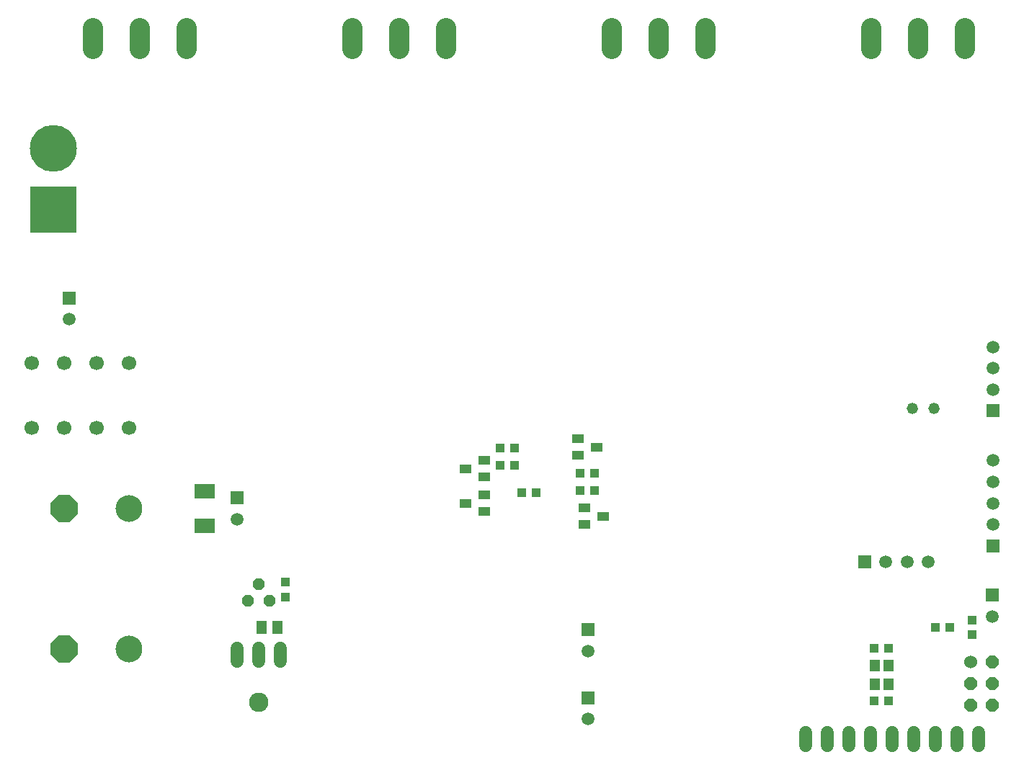
<source format=gbr>
G04 EAGLE Gerber RS-274X export*
G75*
%MOMM*%
%FSLAX34Y34*%
%LPD*%
%INSolderpaste Bottom*%
%IPPOS*%
%AMOC8*
5,1,8,0,0,1.08239X$1,22.5*%
G01*
%ADD10C,2.400000*%
%ADD11R,5.516000X5.516000*%
%ADD12C,5.516000*%
%ADD13P,3.409096X8X202.500000*%
%ADD14C,3.149600*%
%ADD15C,1.320800*%
%ADD16C,1.524000*%
%ADD17P,1.649562X8X292.500000*%
%ADD18C,1.508000*%
%ADD19R,1.508000X1.508000*%
%ADD20R,2.400000X1.800000*%
%ADD21R,1.050000X1.080000*%
%ADD22C,1.700000*%
%ADD23C,1.524000*%
%ADD24P,1.429621X8X22.500000*%
%ADD25R,1.300000X1.500000*%
%ADD26C,2.286000*%
%ADD27R,1.100000X1.000000*%
%ADD28R,1.400000X1.000000*%
%ADD29R,1.000000X1.100000*%
%ADD30R,1.150000X1.400000*%


D10*
X97400Y838900D02*
X97400Y862900D01*
X152400Y862900D02*
X152400Y838900D01*
X207400Y838900D02*
X207400Y862900D01*
D11*
X50800Y649800D03*
D12*
X50800Y721800D03*
D10*
X402200Y838900D02*
X402200Y862900D01*
X457200Y862900D02*
X457200Y838900D01*
X512200Y838900D02*
X512200Y862900D01*
X707000Y862900D02*
X707000Y838900D01*
X762000Y838900D02*
X762000Y862900D01*
X817000Y862900D02*
X817000Y838900D01*
X1011800Y838900D02*
X1011800Y862900D01*
X1066800Y862900D02*
X1066800Y838900D01*
X1121800Y838900D02*
X1121800Y862900D01*
D13*
X63500Y133350D03*
D14*
X139700Y133350D03*
D13*
X63500Y298450D03*
D14*
X139700Y298450D03*
D15*
X1060450Y416560D03*
X1085850Y416560D03*
D16*
X1129030Y118110D03*
D17*
X1129030Y92710D03*
X1129030Y67310D03*
X1154430Y118110D03*
X1154430Y92710D03*
X1154430Y67310D03*
D18*
X679450Y131010D03*
D19*
X679450Y156010D03*
D18*
X266700Y285950D03*
D19*
X266700Y310950D03*
D20*
X228600Y318700D03*
X228600Y278200D03*
D19*
X1003900Y236050D03*
D18*
X1028900Y236050D03*
X1053900Y236050D03*
X1078900Y236050D03*
D21*
X600850Y317500D03*
X618350Y317500D03*
D22*
X139700Y393700D03*
X139700Y469900D03*
X101600Y393700D03*
X101600Y469900D03*
X63500Y469900D03*
X63500Y393700D03*
X25400Y469900D03*
X25400Y393700D03*
D23*
X317500Y134620D02*
X317500Y119380D01*
X292100Y119380D02*
X292100Y134620D01*
X266700Y134620D02*
X266700Y119380D01*
D24*
X279400Y190500D03*
X292100Y209550D03*
X304800Y190500D03*
D25*
X295300Y158750D03*
X314300Y158750D03*
D18*
X69850Y520900D03*
D19*
X69850Y545900D03*
D26*
X292100Y71120D03*
D27*
X1130300Y150250D03*
X1130300Y167250D03*
D18*
X1154430Y171650D03*
D19*
X1154430Y196650D03*
D18*
X679450Y51000D03*
D19*
X679450Y76000D03*
D28*
X535100Y345440D03*
X557100Y335940D03*
X557100Y354940D03*
D29*
X592700Y349250D03*
X575700Y349250D03*
D28*
X535100Y304800D03*
X557100Y295300D03*
X557100Y314300D03*
D29*
X592700Y369570D03*
X575700Y369570D03*
D28*
X696800Y289560D03*
X674800Y299060D03*
X674800Y280060D03*
D29*
X669680Y320040D03*
X686680Y320040D03*
D28*
X689180Y370840D03*
X667180Y380340D03*
X667180Y361340D03*
D29*
X669680Y340360D03*
X686680Y340360D03*
D27*
X1032120Y134620D03*
X1015120Y134620D03*
X1015120Y72390D03*
X1032120Y72390D03*
D19*
X1154600Y413350D03*
D18*
X1154600Y438350D03*
X1154600Y463350D03*
X1154600Y488350D03*
D19*
X1154600Y254800D03*
D18*
X1154600Y279800D03*
X1154600Y304800D03*
X1154600Y329800D03*
X1154600Y354800D03*
D29*
X1104510Y158750D03*
X1087510Y158750D03*
D23*
X934720Y35560D02*
X934720Y20320D01*
X960120Y20320D02*
X960120Y35560D01*
X985520Y35560D02*
X985520Y20320D01*
X1010920Y20320D02*
X1010920Y35560D01*
X1036320Y35560D02*
X1036320Y20320D01*
X1061720Y20320D02*
X1061720Y35560D01*
X1087120Y35560D02*
X1087120Y20320D01*
X1112520Y20320D02*
X1112520Y35560D01*
X1137920Y35560D02*
X1137920Y20320D01*
D30*
X1016000Y114300D03*
X1016000Y92300D03*
X1032000Y114300D03*
X1032000Y92300D03*
D29*
X323850Y194700D03*
X323850Y211700D03*
M02*

</source>
